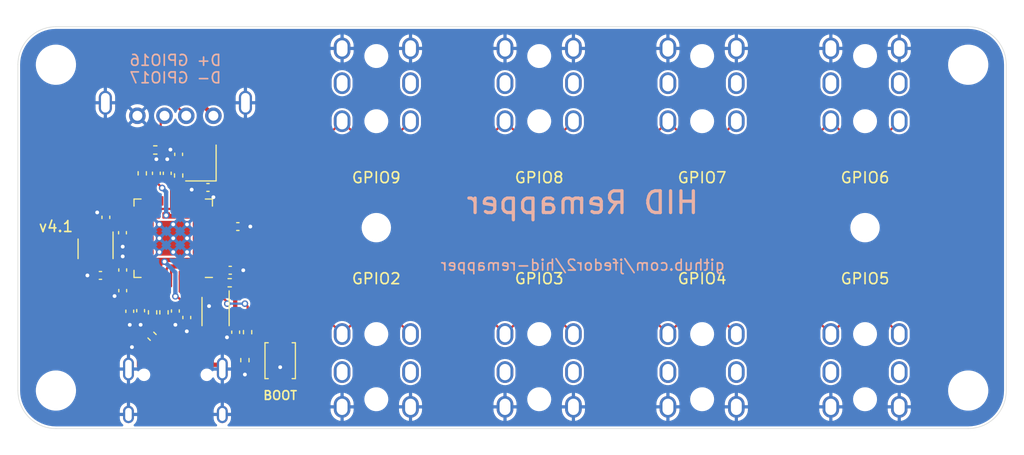
<source format=kicad_pcb>
(kicad_pcb (version 20221018) (generator pcbnew)
  (layers (0 "F.Cu" signal) (31 "B.Cu" signal) (34 "B.Paste" user) (35 "F.Paste" user) (36 "B.SilkS" user "B.Silkscreen") (37 "F.SilkS" user "F.Silkscreen") (38 "B.Mask" user) (39 "F.Mask" user) (44 "Edge.Cuts" user))
  (net 0 "")
  (net 1 "GND")
  (net 2 "+5V")
  (net 3 "D-")
  (net 4 "D+")
  (net 5 "+3V3")
  (net 6 "Net-(U103-USB_DP)")
  (net 7 "Net-(U103-USB_DM)")
  (net 24 "1XIN")
  (net 25 "Net-(C119-Pad1)")
  (net 26 "1D+")
  (net 27 "1D-")
  (net 28 "1QSPI_SS")
  (net 29 "Net-(R106-Pad2)")
  (net 30 "1XOUT")
  (net 33 "1QSPI_SD3")
  (net 34 "1QSPI_SCLK")
  (net 35 "1QSPI_SD0")
  (net 36 "1QSPI_SD2")
  (net 37 "1QSPI_SD1")
  (net 40 "+1V2")
  (net 45 "Net-(U103-GPIO16)")
  (net 46 "Net-(U103-GPIO17)")
  (net 47 "Net-(USB2-CC2)")
  (net 48 "Net-(USB2-CC1)")
  (net 52 "JACK1")
  (net 54 "JACK2")
  (net 56 "JACK3")
  (net 58 "JACK4")
  (net 60 "JACK5")
  (net 62 "JACK6")
  (net 64 "JACK7")
  (net 66 "JACK8")
  (footprint "SOT-23-5:SOT-23-5" (layer "F.Cu") (at 139.15 48.55 90)
    (fp_text reference "U4" hide)
    (fp_text value "TLV73333PDBV")
  )
  (footprint "Capacitor_SMD:C_0402_1005Metric" (layer "F.Cu") (at 139.6 51 180)
    (fp_text reference "C16" hide)
    (fp_text value "1u")
  )
  (footprint "Capacitor_SMD:C_0402_1005Metric" (layer "F.Cu") (at 140.1 45.65 90)
    (fp_text reference "C15" hide)
    (fp_text value "1u")
  )
  (footprint "Resistor_SMD:R_0402_1005Metric" (layer "F.Cu") (at 153.15 56.225 -90)
    (fp_text reference "R106" hide)
    (fp_text value "1k")
  )
  (footprint "Jack:C381131" (layer "F.Cu") (at 195 59.75 90)
    (fp_text reference "J3" hide)
    (fp_text value "AudioJack3")
  )
  (footprint "Capacitor_SMD:C_0402_1005Metric" (layer "F.Cu") (at 149.5 42.9 180)
    (fp_text reference "C118" hide)
    (fp_text value "15p")
  )
  (footprint "MountingHole:MountingHole_2.2mm_M2" (layer "F.Cu") (at 165 46.6)
    (fp_text reference "H6" hide)
    (fp_text value "MountingHole")
  )
  (footprint "Capacitor_SMD:C_0402_1005Metric" (layer "F.Cu") (at 143.3 54.245 -90)
    (fp_text reference "C113" hide)
    (fp_text value "1u")
  )
  (footprint "Resistor_SMD:R_0402_1005Metric" (layer "F.Cu") (at 152.9 58.8 -90)
    (fp_text reference "R3" hide)
    (fp_text value "5.1k")
  )
  (footprint "MountingHole:MountingHole_3.2mm_M3" (layer "F.Cu") (at 135.5 61.6)
    (fp_text reference "H2" hide)
    (fp_text value "MountingHole")
  )
  (footprint "Capacitor_SMD:C_0402_1005Metric" (layer "F.Cu") (at 147.55 54.875 -90)
    (fp_text reference "C101" hide)
    (fp_text value "100n")
  )
  (footprint "Capacitor_SMD:C_0402_1005Metric" (layer "F.Cu") (at 146.8 39.85 90)
    (fp_text reference "C119" hide)
    (fp_text value "15p")
  )
  (footprint "Resistor_SMD:R_0402_1005Metric" (layer "F.Cu") (at 144.65 39.45 180)
    (fp_text reference "R1" hide)
    (fp_text value "22")
  )
  (footprint "Jack:C381131" (layer "F.Cu") (at 195 33.45 -90)
    (fp_text reference "J6" hide)
    (fp_text value "AudioJack3")
  )
  (footprint "Jack:C381131" (layer "F.Cu") (at 180 33.45 -90)
    (fp_text reference "J7" hide)
    (fp_text value "AudioJack3")
  )
  (footprint "Resistor_SMD:R_0402_1005Metric" (layer "F.Cu") (at 144.4 54.4 90)
    (fp_text reference "R104" hide)
    (fp_text value "27")
  )
  (footprint "Capacitor_SMD:C_0402_1005Metric" (layer "F.Cu") (at 151.55 50.525)
    (fp_text reference "C104" hide)
    (fp_text value "100n")
  )
  (footprint "Type-C:HRO-TYPE-C-31-M-12-Assembly" (layer "F.Cu") (at 146.5 61.356)
    (fp_text reference "USB2" hide)
    (fp_text value "HRO-TYPE-C-31-M-12" hide)
  )
  (footprint "Capacitor_SMD:C_0402_1005Metric" (layer "F.Cu") (at 152.05 56.225 -90)
    (fp_text reference "C117" hide)
    (fp_text value "100n")
  )
  (footprint "Capacitor_SMD:C_0402_1005Metric" (layer "F.Cu") (at 141.63 47.07 -90)
    (fp_text reference "C105" hide)
    (fp_text value "100n")
  )
  (footprint "Capacitor_SMD:C_0402_1005Metric" (layer "F.Cu") (at 141.65 52.4 -90)
    (fp_text reference "C109" hide)
    (fp_text value "100n")
  )
  (footprint "Resistor_SMD:R_0402_1005Metric" (layer "F.Cu") (at 143.45 41.6 -90)
    (fp_text reference "R2" hide)
    (fp_text value "22")
  )
  (footprint "MountingHole:MountingHole_2.2mm_M2" (layer "F.Cu") (at 210 46.6)
    (fp_text reference "H5" hide)
    (fp_text value "MountingHole")
  )
  (footprint "Capacitor_SMD:C_0402_1005Metric" (layer "F.Cu") (at 145.75 41.595 90)
    (fp_text reference "C107" hide)
    (fp_text value "100n")
  )
  (footprint "Jack:C381131" (layer "F.Cu") (at 165 59.75 90)
    (fp_text reference "J1" hide)
    (fp_text value "AudioJack3")
  )
  (footprint "MountingHole:MountingHole_3.2mm_M3" (layer "F.Cu") (at 135.5 31.6)
    (fp_text reference "H1" hide)
    (fp_text value "MountingHole")
  )
  (footprint "Capacitor_SMD:C_0402_1005Metric" (layer "F.Cu") (at 146.5 54.275 -90)
    (fp_text reference "C103" hide)
    (fp_text value "100n")
  )
  (footprint "Resistor_SMD:R_0402_1005Metric" (layer "F.Cu") (at 146.8 41.8 -90)
    (fp_text reference "R107" hide)
    (fp_text value "1k")
  )
  (footprint "USON:8-USON" (layer "F.Cu") (at 150.2 54.325 180)
    (fp_text reference "U105" hide)
    (fp_text value "W25Q128JVS")
  )
  (footprint "MountingHole:MountingHole_3.2mm_M3" (layer "F.Cu") (at 219.5 61.6)
    (fp_text reference "H3" hide)
    (fp_text value "MountingHole")
  )
  (footprint "Type-A:C42459" (layer "F.Cu") (at 146.5 35.7 180)
    (fp_text reference "USB1" hide)
    (fp_text value "USB_A")
  )
  (footprint "Capacitor_SMD:C_0402_1005Metric" (layer "F.Cu") (at 142.3 54.3 -90)
    (fp_text reference "C110" hide)
    (fp_text value "1u")
  )
  (footprint "Jack:C381131" (layer "F.Cu") (at 165 33.45 -90)
    (fp_text reference "J8" hide)
    (fp_text value "AudioJack3")
  )
  (footprint "Capacitor_SMD:C_0402_1005Metric" (layer "F.Cu") (at 152.25 46.5)
    (fp_text reference "C106" hide)
    (fp_text value "100n")
  )
  (footprint "Jack:C381131" (layer "F.Cu") (at 210 33.45 -90)
    (fp_text reference "J5" hide)
    (fp_text value "AudioJack3")
  )
  (footprint "Capacitor_SMD:C_0402_1005Metric" (layer "F.Cu") (at 144.75 41.595 90)
    (fp_text reference "C102" hide)
    (fp_text value "100n")
  )
  (footprint "RP2040:RP2040-QFN-56" (layer "F.Cu") (at 146.3 47.575 180)
    (fp_text reference "U103" hide)
    (fp_text value "RP2040")
  )
  (footprint "Resistor_SMD:R_0402_1005Metric" (layer "F.Cu") (at 145.45 54.4 90)
    (fp_text reference "R103" hide)
    (fp_text value "27")
  )
  (footprint "Resistor_SMD:R_0402_1005Metric" (layer "F.Cu") (at 151.5 51.675 180)
    (fp_text reference "R105" hide)
    (fp_text value "10k")
  )
  (footprint "Resistor_SMD:R_0402_1005Metric" (layer "F.Cu") (at 144.35 56.6 135)
    (fp_text reference "R4" hide)
    (fp_text value "5.1k")
  )
  (footprint "MountingHole:MountingHole_3.2mm_M3" (layer "F.Cu") (at 219.5 31.6)
    (fp_text reference "H4" hide)
    (fp_text value "MountingHole")
  )
  (footprint "Jack:C381131" (layer "F.Cu") (at 210 59.75 90)
    (fp_text reference "J4" hide)
    (fp_text value "AudioJack3")
  )
  (footprint "Crystal:Crystal_SMD_2520-4Pin_2.5x2.0mm" (layer "F.Cu") (at 148.85 40.65 90)
    (fp_text reference "Y101" hide)
    (fp_text value "Crystal_GND24")
  )
  (footprint "Jack:C381131" (layer "F.Cu") (at 180 59.75 90)
    (fp_text reference "J2" hide)
    (fp_text value "AudioJack3")
  )
  (footprint "Button_Switch_SMD:SW_SPST_B3U-1000P" (layer "F.Cu") (at 156.15 58.85 90)
    (fp_text reference "SW102" hide)
    (fp_text value "SW_Push")
  )
  (footprint "Capacitor_SMD:C_0402_1005Metric" (layer "F.Cu") (at 141.65 50.5 90)
    (fp_text reference "C108" hide)
    (fp_text value "100n")
  )
  (gr_line (start 219.5 28.1) (end 135.5 28.1) (stroke (width 0.05)) (layer "Edge.Cuts"))
  (gr_line (start 223 61.6) (end 223 31.6) (stroke (width 0.05)) (layer "Edge.Cuts"))
  (gr_arc (start 132 31.6) (mid 133.025126 29.125126) (end 135.5 28.1) (stroke (width 0.05)) (layer "Edge.Cuts"))
  (gr_arc (start 219.5 28.1) (mid 221.974874 29.125126) (end 223 31.6) (stroke (width 0.05)) (layer "Edge.Cuts"))
  (gr_arc (start 223 61.6) (mid 221.974874 64.074874) (end 219.5 65.1) (stroke (width 0.05)) (layer "Edge.Cuts"))
  (gr_arc (start 135.5 65.1) (mid 133.025126 64.074874) (end 132 61.6) (stroke (width 0.05)) (layer "Edge.Cuts"))
  (gr_line (start 135.5 65.1) (end 219.5 65.1) (stroke (width 0.05)) (layer "Edge.Cuts"))
  (gr_line (start 132 31.6) (end 132 61.6) (stroke (width 0.05)) (layer "Edge.Cuts"))
  (gr_text "HID Remapper" (at 184 44.3) (layer "B.SilkS") (effects (font (size 2 2) (thickness 0.3)) (justify mirror)))
  (gr_text "github.com/jfedor2/hid-remapper" (at 184 50.05) (layer "B.SilkS") (effects (font (size 1 1)) (justify mirror)))
  (gr_text "D+ GPIO16\nD- GPIO17" (at 146.5 32) (layer "B.SilkS") (effects (font (size 1 1)) (justify mirror)))
  (gr_text "GPIO8" (at 180 42) (layer "F.SilkS") (effects (font (size 1 1))))
  (gr_text "GPIO2" (at 165 51.3) (layer "F.SilkS") (effects (font (size 1 1))))
  (gr_text "GPIO5" (at 210 51.3) (layer "F.SilkS") (effects (font (size 1 1))))
  (gr_text "GPIO3" (at 180 51.3) (layer "F.SilkS") (effects (font (size 1 1))))
  (gr_text "GPIO6" (at 210 42) (layer "F.SilkS") (effects (font (size 1 1))))
  (gr_text "GPIO7" (at 195 42) (layer "F.SilkS") (effects (font (size 1 1))))
  (gr_text "GPIO4" (at 195 51.3) (layer "F.SilkS") (effects (font (size 1 1))))
  (gr_text "GPIO9" (at 165 42) (layer "F.SilkS") (effects (font (size 1 1))))
  (gr_text "v4.1" (at 135.5 46.5) (layer "F.SilkS") (effects (font (size 1 1))))
  (gr_text "BOOT" (at 156.15 62.05) (layer "F.SilkS") (effects (font (size 0.8 0.8))))
  (segment (start 141.63 47.55) (end 141.63 48.33) (width 0.4) (layer "F.Cu") (net 1))
  (segment (start 149.45 53.675) (end 149.45 52.9) (width 0.2) (layer "F.Cu") (net 1))
  (segment (start 143.989376 56.234376) (end 143.3 55.545) (width 0.4) (layer "F.Cu") (net 1))
  (segment (start 156.15 59.45) (end 156.15 60.55) (width 0.4) (layer "F.Cu") (net 1))
  (segment (start 149.55 39.775) (end 149.65 39.775) (width 0.4) (layer "F.Cu") (net 1))
  (segment (start 147.805705 43.1) (end 147.3 43.605705) (width 0.2) (layer "F.Cu") (net 1))
  (segment (start 138.4 51) (end 139.12 51) (width 0.4) (layer "F.Cu") (net 1))
  (segment (start 146.043154 39.414669) (end 146.087823 39.37) (width 0.4) (layer "F.Cu") (net 1))
  (segment (start 139.15 47.45) (end 139.15 50.97) (width 0.4) (layer "F.Cu") (net 1))
  (segment (start 150.425 59.225) (end 150.82 59.62) (width 0.4) (layer "F.Cu") (net 1))
  (segment (start 152.03 50.525) (end 152.75 50.525) (width 0.4) (layer "F.Cu") (net 1))
  (segment (start 149.55 39.950489) (end 148.15 41.350489) (width 0.2) (layer "F.Cu") (net 1))
  (segment (start 143.3 54.725) (end 143.3 55.545) (width 0.4) (layer "F.Cu") (net 1))
  (segment (start 148 43.1) (end 147.805705 43.1) (width 0.2) (layer "F.Cu") (net 1))
  (segment (start 150.5 42.38) (end 149.98 42.9) (width 0.4) (layer "F.Cu") (net 1))
  (segment (start 149.6 54.325) (end 149.6 53.825) (width 0.2) (layer "F.Cu") (net 1))
  (segment (start 149.98 43.78) (end 150 43.8) (width 0.4) (layer "F.Cu") (net 1))
  (segment (start 143.25 58.35) (end 142.5 57.6) (width 0.4) (layer "F.Cu") (net 1))
  (segment (start 149.98 42.9) (end 149.98 43.78) (width 0.4) (layer "F.Cu") (net 1))
  (segment (start 147.47 38.7) (end 146.8 39.37) (width 0.4) (layer "F.Cu") (net 1))
  (segment (start 143.25 58.705) (end 143.25 58.35) (width 0.4) (layer "F.Cu") (net 1))
  (segment (start 144.75 40.3) (end 144.75 41.115) (width 0.4) (layer "F.Cu") (net 1))
  (segment (start 147.3 43.605705) (end 147.3 44.1375) (width 0.2) (layer "F.Cu") (net 1))
  (segment (start 139.15 50.97) (end 139.12 51) (width 0.4) (layer "F.Cu") (net 1))
  (segment (start 148.15 41.350489) (end 148.15 41.525) (width 0.2) (layer "F.Cu") (net 1))
  (segment (start 147.55 55.355) (end 147.55 56.145) (width 0.4) (layer "F.Cu") (net 1))
  (segment (start 140.9 52.9) (end 141.63 52.9) (width 0.4) (layer "F.Cu") (net 1))
  (segment (start 139.33 45.17) (end 139.3 45.2) (width 0.4) (layer "F.Cu") (net 1))
  (segment (start 149.55 39.775) (end 149.55 39.950489) (width 0.2) (layer "F.Cu") (net 1))
  (segment (start 141.63 48.33) (end 141.65 48.35) (width 0.4) (layer "F.Cu") (net 1))
  (segment (start 150.5 40.625) (end 150.5 42.38) (width 0.4) (layer "F.Cu") (net 1))
  (segment (start 152.9 59.31) (end 152.9 60.125) (width 0.4) (layer "F.Cu") (net 1))
  (segment (start 141.63 52.9) (end 141.65 52.88) (width 0.4) (layer "F.Cu") (net 1))
  (segment (start 146.5 54.755) (end 146.5 55.545) (width 0.4) (layer "F.Cu") (net 1))
  (segment (start 149.55 39.5) (end 148.75 38.7) (width 0.4) (layer "F.Cu") (net 1))
  (segment (start 149.6 53.825) (end 149.45 53.675) (width 0.2) (layer "F.Cu") (net 1))
  (segment (start 149.75 59.225) (end 150.425 59.225) (width 0.4) (layer "F.Cu") (net 1))
  (segment (start 143.989376 56.239376) (end 143.989376 56.234376) (width 0.4) (layer "F.Cu") (net 1))
  (segment (start 152.73 46.5) (end 153.4 46.5) (width 0.4) (layer "F.Cu") (net 1))
  (segment (start 149.65 39.775) (end 150.5 40.625) (width 0.4) (layer "F.Cu") (net 1))
  (segment (start 149.75 58.705) (end 149.75 59.225) (width 0.4) (layer "F.Cu") (net 1))
  (segment (start 151.255 56.705) (end 151.25 56.7) (width 0.4) (layer "F.Cu") (net 1))
  (segment (start 145.75 40.3) (end 145.75 41.115) (width 0.4) (layer "F.Cu") (net 1))
  (segment (start 142.3 55.55) (end 142.3 54.78) (width 0.4) (layer "F.Cu") (net 1))
  (segment (start 146.087823 39.37) (end 146.8 39.37) (width 0.4) (layer "F.Cu") (net 1))
  (segment (start 149.55 39.775) (end 149.55 39.5) (width 0.4) (layer "F.Cu") (net 1))
  (segment (start 152.05 56.705) (end 151.255 56.705) (width 0.4) (layer "F.Cu") (net 1))
  (segment (start 148.75 38.7) (end 147.47 38.7) (width 0.4) (layer "F.Cu") (net 1))
  (segment (start 140.1 45.17) (end 139.33 45.17) (width 0.4) (layer "F.Cu") (net 1))
  (segment (start 141.65 49.25) (end 141.65 50.02) (width 0.4) (layer "F.Cu") (net 1))
  (via (at 141.65 49.25) (size 0.6) (drill 0.35) (layers "F.Cu" "B.Cu") (net 1))
  (via (at 149.6 53.825) (size 0.6) (drill 0.35) (layers "F.Cu" "B.Cu") (net 1))
  (via (at 139.3 45.2) (size 0.6) (drill 0.35) (layers "F.Cu" "B.Cu") (net 1))
  (via (at 151.25 56.7) (size 0.6) (drill 0.35) (layers "F.Cu" "B.Cu") (net 1))
  (via (at 146.5 55.545) (size 0.6) (drill 0.35) (layers "F.Cu" "B.Cu") (net 1))
  (via (at 138.4 51) (size 0.6) (drill 0.35) (layers "F.Cu" "B.Cu") (net 1))
  (via (at 146.043154 39.414669) (size 0.6) (drill 0.35) (layers "F.Cu" "B.Cu") (net 1))
  (via (at 152.9 60.125) (size 0.6) (drill 0.35) (layers "F.Cu" "B.Cu") (net 1))
  (via (at 142.5 57.6) (size 0.6) (drill 0.35) (layers "F.Cu" "B.Cu") (net 1))
  (via (at 156.15 59.45) (size 0.6) (drill 0.35) (layers "F.Cu" "B.Cu") (net 1))
  (via (at 148 43.1) (size 0.6) (drill 0.35) (layers "F.Cu" "B.Cu") (net 1))
  (via (at 150 43.8) (size 0.6) (drill 0.35) (layers "F.Cu" "B.Cu") (net 1))
  (via (at 153.4 46.5) (size 0.6) (drill 0.35) (layers "F.Cu" "B.Cu") (net 1))
  (via (at 152.75 50.525) (size 0.6) (drill 0.35) (layers "F.Cu" "B.Cu") (net 1))
  (via (at 141.65 48.35) (size 0.6) (drill 0.35) (layers "F.Cu" "B.Cu") (net 1))
  (via (at 145.75 40.3) (size 0.6) (drill 0.35) (layers "F.Cu" "B.Cu") (net 1))
  (via (at 140.9 52.9) (size 0.6) (drill 0.35) (layers "F.Cu" "B.Cu") (net 1))
  (via (at 143.3 55.545) (size 0.6) (drill 0.35) (layers "F.Cu" "B.Cu") (net 1))
  (via (at 144.75 40.3) (size 0.6) (drill 0.35) (layers "F.Cu" "B.Cu") (net 1))
  (via (at 142.3 55.55) (size 0.6) (drill 0.35) (layers "F.Cu" "B.Cu") (net 1))
  (via (at 147.55 56.145) (size 0.6) (drill 0.35) (layers "F.Cu" "B.Cu") (net 1))
  (segment (start 144.05 57.8) (end 142.7 56.45) (width 0.4) (layer "F.Cu") (net 2))
  (segment (start 144.95 60.35) (end 144.05 59.45) (width 0.4) (layer "F.Cu") (net 2))
  (segment (start 138.2 47.45) (end 138.2 46.52) (width 0.4) (layer "F.Cu") (net 2))
  (segment (start 141.55 44.9) (end 141.55 35.2) (width 0.4) (layer "F.Cu") (net 2))
  (segment (start 148.95 59.45) (end 148.05 60.35) (width 0.4) (layer "F.Cu") (net 2))
  (segment (start 144.05 58.705) (end 144.05 57.8) (width 0.4) (layer "F.Cu") (net 2))
  (segment (start 141.55 35.2) (end 142.6 34.15) (width 0.4) (layer "F.Cu") (net 2))
  (segment (start 138.59 46.13) (end 140.1 46.13) (width 0.4) (layer "F.Cu") (net 2))
  (segment (start 148.95 58.705) (end 148.95 59.45) (width 0.4) (layer "F.Cu") (net 2))
  (segment (start 140.32 46.13) (end 141.55 44.9) (width 0.4) (layer "F.Cu") (net 2))
  (segment (start 140.1 46.13) (end 140.1 47.45) (width 0.4) (layer "F.Cu") (net 2))
  (segment (start 140.1 46.13) (end 140.32 46.13) (width 0.4) (layer "F.Cu") (net 2))
  (segment (start 140.7 56.45) (end 137.05 52.8) (width 0.4) (layer "F.Cu") (net 2))
  (segment (start 137.05 52.8) (end 137.05 48.6) (width 0.4) (layer "F.Cu") (net 2))
  (segment (start 147.851 34.15) (end 150 36.299) (width 0.4) (layer "F.Cu") (net 2))
  (segment (start 138.2 46.52) (end 138.59 46.13) (width 0.4) (layer "F.Cu") (net 2))
  (segment (start 137.05 48.6) (end 138.2 47.45) (width 0.4) (layer "F.Cu") (net 2))
  (segment (start 142.7 56.45) (end 140.7 56.45) (width 0.4) (layer "F.Cu") (net 2))
  (segment (start 144.05 59.45) (end 144.05 58.705) (width 0.4) (layer "F.Cu") (net 2))
  (segment (start 148.05 60.35) (end 144.95 60.35) (width 0.4) (layer "F.Cu") (net 2))
  (segment (start 142.6 34.15) (end 147.851 34.15) (width 0.4) (layer "F.Cu") (net 2))
  (segment (start 144.75 34.95) (end 146.152 34.95) (width 0.2) (layer "F.Cu") (net 3))
  (segment (start 144.3 35.4) (end 144.75 34.95) (width 0.2) (layer "F.Cu") (net 3))
  (segment (start 143.45 38.55) (end 144.3 37.7) (width 0.2) (layer "F.Cu") (net 3))
  (segment (start 144.3 37.7) (end 144.3 35.4) (width 0.2) (layer "F.Cu") (net 3))
  (segment (start 143.45 41.09) (end 143.45 38.55) (width 0.2) (layer "F.Cu") (net 3))
  (segment (start 146.152 34.95) (end 147.501 36.299) (width 0.2) (layer "F.Cu") (net 3))
  (segment (start 145.15 39.44) (end 145.15 36.648) (width 0.2) (layer "F.Cu") (net 4))
  (segment (start 145.15 36.648) (end 145.499 36.299) (width 0.2) (layer "F.Cu") (net 4))
  (segment (start 145.16 39.45) (end 145.15 39.44) (width 0.2) (layer "F.Cu") (net 4))
  (segment (start 145.85 53.213004) (end 146.431996 53.795) (width 0.2) (layer "F.Cu") (net 5))
  (segment (start 146.431996 53.795) (end 146.5 53.795) (width 0.2) (layer "F.Cu") (net 5))
  (segment (start 143.65 50.175) (end 143.7 50.225) (width 0.2) (layer "F.Cu") (net 5))
  (segment (start 144.1 50.375) (end 143.9 50.175) (width 0.2) (layer "F.Cu") (net 5))
  (segment (start 151.07 50.525) (end 151.07 50.638675) (width 0.4) (layer "F.Cu") (net 5))
  (segment (start 141.65 50.98) (end 141.68 50.95) (width 0.4) (layer "F.Cu") (net 5))
  (segment (start 146.1 51.0125) (end 146.1 50.275) (width 0.2) (layer "F.Cu") (net 5))
  (segment (start 151.07 50.638675) (end 152.01 51.578675) (width 0.4) (layer "F.Cu") (net 5))
  (segment (start 149.7375 50.175) (end 148.95 50.175) (width 0.2) (layer "F.Cu") (net 5))
  (segment (start 146.1 44.1375) (end 146.1 42.9) (width 0.2) (layer "F.Cu") (net 5))
  (segment (start 152.01 51.578675) (end 152.01 51.675) (width 0.4) (layer "F.Cu") (net 5))
  (segment (start 151.07 50.525) (end 149.975 50.525) (width 0.4) (layer "F.Cu") (net 5))
  (segment (start 149.975 50.525) (end 149.725 50.275) (width 0.4) (layer "F.Cu") (net 5))
  (segment (start 141.65 50.98) (end 141.65 51.92) (width 0.4) (layer "F.Cu") (net 5))
  (segment (start 142.8625 46.575) (end 143.75 46.575) (width 0.2) (layer "F.Cu") (net 5))
  (segment (start 142.8625 50.175) (end 143.65 50.175) (width 0.2) (layer "F.Cu") (net 5))
  (segment (start 143.9 51.8) (end 143.78 51.92) (width 0.4) (layer "F.Cu") (net 5))
  (segment (start 141.635 46.575) (end 141.63 46.58) (width 0.2) (layer "F.Cu") (net 5))
  (segment (start 141.63 51) (end 141.65 50.98) (width 0.4) (layer "F.Cu") (net 5))
  (segment (start 144.1 51.0125) (end 144.1 50.375) (width 0.2) (layer "F.Cu") (net 5))
  (segment (start 142.3 53.35) (end 142.8625 52.7875) (width 0.4) (layer "F.Cu") (net 5))
  (segment (start 152.01 51.675) (end 152.01 55.705) (width 0.4) (layer "F.Cu") (net 5))
  (segment (start 152.05 55.745) (end 152.045 55.75) (width 0.4) (layer "F.Cu") (net 5))
  (segment (start 151.695 46.575) (end 151.77 46.5) (width 0.2) (layer "F.Cu") (net 5))
  (segment (start 142.3 53.82) (end 142.3 53.35) (width 0.4) (layer "F.Cu") (net 5))
  (segment (start 146.1 44.1375) (end 146.1 44.875) (width 0.2) (layer "F.Cu") (net 5))
  (segment (start 145.7 51.0125) (end 145.7 50.375) (width 0.2) (layer "F.Cu") (net 5))
  (segment (start 140.08 51) (end 141.63 51) (width 0.4) (layer "F.Cu") (net 5))
  (segment (start 144.1 51.0125) (end 144.1 51.625) (width 0.2) (layer "F.Cu") (net 5))
  (segment (start 145.75 42.55) (end 145.75 42.075) (width 0.2) (layer "F.Cu") (net 5))
  (segment (start 145.7 52.075) (end 145.85 52.225) (width 0.2) (layer "F.Cu") (net 5))
  (segment (start 141.68 50.95) (end 143.55 50.95) (width 0.4) (layer "F.Cu") (net 5))
  (segment (start 146.1 51.975) (end 145.85 52.225) (width 0.2) (layer "F.Cu") (net 5))
  (segment (start 143.7 50.225) (end 143.7 51.0125) (width 0.2) (layer "F.Cu") (net 5))
  (segment (start 149.2 46.575) (end 149.05 46.575) (width 0.2) (layer "F.Cu") (net 5))
  (segment (start 146.1 51.0125) (end 146.1 51.975) (width 0.2) (layer "F.Cu") (net 5))
  (segment (start 143.78 51.92) (end 141.65 51.92) (width 0.4) (layer "F.Cu") (net 5))
  (segment (start 149.7375 46.575) (end 149.2 46.575) (width 0.2) (layer "F.Cu") (net 5))
  (segment (start 145.7 50.375) (end 145.75 50.325) (width 0.2) (layer "F.Cu") (net 5))
  (segment (start 144.1 51.625) (end 143.9 51.825) (width 0.2) (layer "F.Cu") (net 5))
  (segment (start 149.7375 46.575) (end 151.695 46.575) (width 0.2) (layer "F.Cu") (net 5))
  (segment (start 140.1 50.98) (end 140.1 49.65) (width 0.4) (layer "F.Cu") (net 5))
  (segment (start 152.01 55.705) (end 152.05 55.745) (width 0.4) (layer "F.Cu") (net 5))
  (segment (start 145.85 52.225) (end 145.85 53.213004) (width 0.2) (layer "F.Cu") (net 5))
  (segment (start 142.8625 46.575) (end 141.635 46.575) (width 0.2) (layer "F.Cu") (net 5))
  (segment (start 146.1 42.9) (end 145.75 42.55) (width 0.2) (layer "F.Cu") (net 5))
  (segment (start 140.08 51) (end 140.1 50.98) (width 0.4) (layer "F.Cu") (net 5))
  (segment (start 152.045 55.75) (end 151 55.75) (width 0.4) (layer "F.Cu") (net 5))
  (segment (start 145.7 51.0125) (end 145.7 52.075) (width 0.2) (layer "F.Cu") (net 5))
  (segment (start 142.8625 52.7875) (end 142.8625 50.27501) (width 0.4) (layer "F.Cu") (net 5))
  (segment (start 145.3 53) (end 145.45 53.15) (width 0.2) (layer "F.Cu") (net 6))
  (segment (start 145.45 53.15) (end 145.45 53.89) (width 0.2) (layer "F.Cu") (net 6))
  (segment (start 145.3 51.0125) (end 145.3 53) (width 0.2) (layer "F.Cu") (net 6))
  (segment (start 144.9 53) (end 144.4 53.5) (width 0.2) (layer "F.Cu") (net 7))
  (segment (start 144.4 53.5) (end 144.4 53.89) (width 0.2) (layer "F.Cu") (net 7))
  (segment (start 144.9 51.0125) (end 144.9 53) (width 0.2) (layer "F.Cu") (net 7))
  (segment (start 147.75 42.5) (end 148.62 42.5) (width 0.2) (layer "F.Cu") (net 24))
  (segment (start 148.62 42.5) (end 149.02 42.9) (width 0.2) (layer "F.Cu") (net 24))
  (segment (start 149.02 42.9) (end 149.55 42.37) (width 0.2) (layer "F.Cu") (net 24))
  (segment (start 149.55 42.37) (end 149.55 41.525) (width 0.2) (layer "F.Cu") (net 24))
  (segment (start 146.9 43.35) (end 147.75 42.5) (width 0.2) (layer "F.Cu") (net 24))
  (segment (start 146.9 44.1375) (end 146.9 43.35) (width 0.2) (layer "F.Cu") (net 24))
  (segment (start 146.8 40.33) (end 146.87 40.33) (width 0.2) (layer "F.Cu") (net 25))
  (segment (start 146.8 41.29) (end 146.8 40.33) (width 0.2) (layer "F.Cu") (net 25))
  (segment (start 147.425 39.775) (end 148.15 39.775) (width 0.2) (layer "F.Cu") (net 25))
  (segment (start 146.87 40.33) (end 147.425 39.775) (width 0.2) (layer "F.Cu") (net 25))
  (segment (start 147.25 57.734314) (end 147.25 58.705) (width 0.2) (layer "F.Cu") (net 26))
  (segment (start 146.757843 57.242157) (end 147.25 57.734314) (width 0.2) (layer "F.Cu") (net 26))
  (segment (start 145.45 55.6) (end 146.757843 56.907843) (width 0.2) (layer "F.Cu") (net 26))
  (segment (start 145.45 54.91) (end 145.45 55.6) (width 0.2) (layer "F.Cu") (net 26))
  (segment (start 146.757843 56.907843) (end 146.757843 57.242157) (width 0.2) (layer "F.Cu") (net 26))
  (segment (start 146.25 57.75) (end 146.757843 57.242157) (width 0.2) (layer "F.Cu") (net 26))
  (segment (start 146.25 58.705) (end 146.25 57.75) (width 0.2) (layer "F.Cu") (net 26))
  (segment (start 144.4 55.35) (end 145.75 56.7) (width 0.2) (layer "F.Cu") (net 27))
  (segment (start 145.92 59.85) (end 146.58 59.85) (width 0.2) (layer "F.Cu") (net 27))
  (segment (start 146.58 59.85) (end 146.75 59.68) (width 0.2) (layer "F.Cu") (net 27))
  (segment (start 146.75 59.68) (end 146.75 58.705) (width 0.2) (layer "F.Cu") (net 27))
  (segment (start 145.75 59.68) (end 145.92 59.85) (width 0.2) (layer "F.Cu") (net 27))
  (segment (start 145.75 58.705) (end 145.75 59.68) (width 0.2) (layer "F.Cu") (net 27))
  (segment (start 144.4 54.91) (end 144.4 55.35) (width 0.2) (layer "F.Cu") (net 27))
  (segment (start 145.75 56.7) (end 145.75 58.705) (width 0.2) (layer "F.Cu") (net 27))
  (segment (start 148.9 51.0125) (end 148.9125 51.025) (width 0.2) (layer "F.Cu") (net 28))
  (segment (start 150.95 53.125) (end 150.95 52.9) (width 0.2) (layer "F.Cu") (net 28))
  (segment (start 150.95 52.9) (end 150.95 51.715) (width 0.2) (layer "F.Cu") (net 28))
  (segment (start 152.9 53.6) (end 153.15 53.85) (width 0.2) (layer "F.Cu") (net 28))
  (segment (start 150.95 51.715) (end 150.99 51.675) (width 0.2) (layer "F.Cu") (net 28))
  (segment (start 150.64 51.325) (end 150.99 51.675) (width 0.2) (layer "F.Cu") (net 28))
  (segment (start 153.15 53.85) (end 153.15 55.715) (width 0.2) (layer "F.Cu") (net 28))
  (segment (start 151.275 53.6) (end 151.275 53.45) (width 0.2) (layer "F.Cu") (net 28))
  (segment (start 149.825 51.325) (end 150.64 51.325) (width 0.2) (layer "F.Cu") (net 28))
  (segment (start 148.9125 51.025) (end 149.525 51.025) (width 0.2) (layer "F.Cu") (net 28))
  (segment (start 149.525 51.025) (end 149.825 51.325) (width 0.2) (layer "F.Cu") (net 28))
  (segment (start 151.275 53.45) (end 150.95 53.125) (width 0.2) (layer "F.Cu") (net 28))
  (via (at 151.275 53.6) (size 0.6) (drill 0.35) (layers "F.Cu" "B.Cu") (net 28))
  (via (at 152.9 53.6) (size 0.6) (drill 0.35) (layers "F.Cu" "B.Cu") (net 28))
  (segment (start 152.9 53.6) (end 151.275 53.6) (width 0.2) (layer "B.Cu") (net 28))
  (segment (start 153.15 56.735) (end 153.185 56.735) (width 0.2) (layer "F.Cu") (net 29))
  (segment (start 153.185 56.735) (end 153.6 57.15) (width 0.2) (layer "F.Cu") (net 29))
  (segment (start 153.6 57.15) (end 156.15 57.15) (width 0.2) (layer "F.Cu") (net 29))
  (segment (start 146.5 44.1375) (end 146.5 42.61) (width 0.2) (layer "F.Cu") (net 30))
  (segment (start 146.5 42.61) (end 146.8 42.31) (width 0.2) (layer "F.Cu") (net 30))
  (segment (start 148.15952 56.150205) (end 148.834315 56.825) (width 0.2) (layer "F.Cu") (net 33))
  (segment (start 148.15952 53.736682) (end 148.15952 56.150205) (width 0.2) (layer "F.Cu") (net 33))
  (segment (start 146.9 52.477162) (end 146.9 51.0125) (width 0.2) (layer "F.Cu") (net 33))
  (segment (start 148.15952 53.736682) (end 146.9 52.477162) (width 0.2) (layer "F.Cu") (net 33))
  (segment (start 148.834315 56.825) (end 149.925 56.825) (width 0.2) (layer "F.Cu") (net 33))
  (segment (start 150.45 56.3) (end 150.45 55.75) (width 0.2) (layer "F.Cu") (net 33))
  (segment (start 149.925 56.825) (end 150.45 56.3) (width 0.2) (layer "F.Cu") (net 33))
  (segment (start 149 56.425) (end 149.725 56.425) (width 0.2) (layer "F.Cu") (net 34))
  (segment (start 148.559039 55.984039) (end 149 56.425) (width 0.2) (layer "F.Cu") (net 34))
  (segment (start 147.3 52.312156) (end 147.3 51.0125) (width 0.2) (layer "F.Cu") (net 34))
  (segment (start 148.559039 53.571195) (end 147.3 52.312156) (width 0.2) (layer "F.Cu") (net 34))
  (segment (start 148.559039 53.571195) (end 148.559039 55.984039) (width 0.2) (layer "F.Cu") (net 34))
  (segment (start 149.725 56.425) (end 149.95 56.2) (width 0.2) (layer "F.Cu") (net 34))
  (segment (start 149.95 56.2) (end 149.95 55.75) (width 0.2) (layer "F.Cu") (net 34))
  (segment (start 147.7 51.0125) (end 147.7 52.144988) (width 0.2) (layer "F.Cu") (net 35))
  (segment (start 149.45 55.5) (end 149.45 55.75) (width 0.2) (layer "F.Cu") (net 35))
  (segment (start 147.7 52.144988) (end 148.958559 53.403547) (width 0.2) (layer "F.Cu") (net 35))
  (segment (start 148.958559 55.008559) (end 149.45 55.5) (width 0.2) (layer "F.Cu") (net 35))
  (segment (start 148.958559 53.403547) (end 148.958559 55.008559) (width 0.2) (layer "F.Cu") (net 35))
  (segment (start 149.95 52.9) (end 149.95 52.4) (width 0.2) (layer "F.Cu") (net 36))
  (segment (start 148.585218 52.194519) (end 148.1 51.709301) (width 0.2) (layer "F.Cu") (net 36))
  (segment (start 149.744519 52.194519) (end 148.585218 52.194519) (width 0.2) (layer "F.Cu") (net 36))
  (segment (start 148.1 51.709301) (end 148.1 51.0125) (width 0.2) (layer "F.Cu") (net 36))
  (segment (start 149.95 52.4) (end 149.744519 52.194519) (width 0.2) (layer "F.Cu") (net 36))
  (segment (start 148.5 51.544295) (end 148.5 51.0125) (width 0.2) (layer "F.Cu") (net 37))
  (segment (start 149.97 51.795) (end 148.750705 51.795) (width 0.2) (layer "F.Cu") (net 37))
  (segment (start 150.45 52.275) (end 149.97 51.795) (width 0.2) (layer "F.Cu") (net 37))
  (segment (start 148.750705 51.795) (end 148.5 51.544295) (width 0.2) (layer "F.Cu") (net 37))
  (segment (start 150.45 52.9) (end 150.45 52.275) (width 0.2) (layer "F.Cu") (net 37))
  (segment (start 144.75 42.415) (end 144.75 42.075) (width 0.2) (layer "F.Cu") (net 40))
  (segment (start 145.7 43.365) (end 145.7 44.1375) (width 0.2) (layer "F.Cu") (net 40))
  (segment (start 145.28 42.945) (end 145.7 43.365) (width 0.2) (layer "F.Cu") (net 40))
  (segment (start 146.5 52.924998) (end 146.499999 52.924999) (width 0.2) (layer "F.Cu") (net 40))
  (segment (start 147.55 53.825) (end 146.649999 52.924999) (width 0.2) (layer "F.Cu") (net 40))
  (segment (start 144.5 51.0125) (end 144.5 50.325) (width 0.2) (layer "F.Cu") (net 40))
  (segment (start 146.649999 52.924999) (end 146.499999 52.924999) (width 0.2) (layer "F.Cu") (net 40))
  (segment (start 144.5 51.0125) (end 144.5 52.125) (width 0.2) (layer "F.Cu") (net 40))
  (segment (start 146.5 51.0125) (end 146.5 52.924998) (width 0.2) (layer "F.Cu") (net 40))
  (segment (start 144.5 50.325) (end 144.7 50.125) (width 0.2) (layer "F.Cu") (net 40))
  (segment (start 145.28 42.945) (end 144.75 42.415) (width 0.2) (layer "F.Cu") (net 40))
  (segment (start 144.5 52.125) (end 143.3 53.325) (width 0.2) (layer "F.Cu") (net 40))
  (segment (start 143.3 53.325) (end 143.3 53.765) (width 0.2) (layer "F.Cu") (net 40))
  (segment (start 147.55 54.395) (end 147.55 53.825) (width 0.2) (layer "F.Cu") (net 40))
  (via (at 145.5 49.729945) (size 0.6) (drill 0.35) (layers "F.Cu" "B.Cu") (net 40))
  (via (at 145.28 42.945) (size 0.6) (drill 0.35) (layers "F.Cu" "B.Cu") (net 40))
  (via (at 145.6501 45.467271) (size 0.6) (drill 0.35) (layers "F.Cu" "B.Cu") (net 40))
  (via (at 146.499999 52.924999) (size 0.6) (drill 0.35) (layers "F.Cu" "B.Cu") (net 40))
  (segment (start 145.5 49.734945) (end 146.5 50.734945) (width 0.4) (layer "B.Cu") (net 40))
  (segment (start 145.28 42.945) (end 145.65 43.315) (width 0.4) (layer "B.Cu") (net 40))
  (segment (start 145.65 45.467171) (end 145.6501 45.467271) (width 0.4) (layer "B.Cu") (net 40))
  (segment (start 146.5 50.734945) (end 146.499999 52.929999) (width 0.4) (layer "B.Cu") (net 40))
  (segment (start 145.65 43.315) (end 145.65 45.467171) (width 0.4) (layer "B.Cu") (net 40))
  (segment (start 144.1 44.1375) (end 144.1 39.49) (width 0.2) (layer "F.Cu") (net 45))
  (segment (start 144.1 39.49) (end 144.14 39.45) (width 0.2) (layer "F.Cu") (net 45))
  (segment (start 143.7 42.36) (end 143.45 42.11) (width 0.2) (layer "F.Cu") (net 46))
  (segment (start 143.7 44.1375) (end 143.7 42.36) (width 0.2) (layer "F.Cu") (net 46))
  (segment (start 148.48 57.55) (end 152.16 57.55) (width 0.2) (layer "F.Cu") (net 47))
  (segment (start 148.25 58.705) (end 148.25 57.78) (width 0.2) (layer "F.Cu") (net 47))
  (segment (start 152.16 57.55) (end 152.9 58.29) (width 0.2) (layer "F.Cu") (net 47))
  (segment (start 148.25 57.78) (end 148.48 57.55) (width 0.2) (layer "F.Cu") (net 47))
  (segment (start 145.25 57.5) (end 144.710624 56.960624) (width 0.2) (layer "F.Cu") (net 48))
  (segment (start 145.25 58.705) (end 145.25 57.5) (width 0.2) (layer "F.Cu") (net 48))
  (segment (start 150.269975 48.975) (end 150.694975 49.4) (width 0.2) (layer "F.Cu") (net 52))
  (segment (start 149.7375 48.975) (end 150.269975 48.975) (width 0.2) (layer "F.Cu") (net 52))
  (segment (start 154.85 49.4) (end 161.85 56.4) (width 0.2) (layer "F.Cu") (net 52))
  (segment (start 150.694975 49.4) (end 154.85 49.4) (width 0.2) (layer "F.Cu") (net 52))
  (segment (start 161.85 56.4) (end 163.7 54.55) (width 0.2) (layer "F.Cu") (net 52))
  (segment (start 163.7 54.55) (end 166.3 54.55) (width 0.2) (layer "F.Cu") (net 52))
  (segment (start 166.3 54.55) (end 168.15 56.4) (width 0.2) (layer "F.Cu") (net 52))
  (segment (start 150.860661 49) (end 155.015686 49) (width 0.2) (layer "F.Cu") (net 54))
  (segment (start 158.365686 52.35) (end 172.8 52.35) (width 0.2) (layer "F.Cu") (net 54))
  (segment (start 150.435661 48.575) (end 150.860661 49) (width 0.2) (layer "F.Cu") (net 54))
  (segment (start 172.8 52.35) (end 176.85 56.4) (width 0.2) (layer "F.Cu") (net 54))
  (segment (start 155.015686 49) (end 158.365686 52.35) (width 0.2) (layer "F.Cu") (net 54))
  (segment (start 181.3 54.55) (end 183.15 56.4) (width 0.2) (layer "F.Cu") (net 54))
  (segment (start 149.7375 48.575) (end 150.435661 48.575) (width 0.2) (layer "F.Cu") (net 54))
  (segment (start 178.7 54.55) (end 181.3 54.55) (width 0.2) (layer "F.Cu") (net 54))
  (segment (start 176.85 56.4) (end 178.7 54.55) (width 0.2) (layer "F.Cu") (net 54))
  (segment (start 193.7 54.55) (end 196.3 54.55) (width 0.2) (layer "F.Cu") (net 56))
  (segment (start 155.181372 48.6) (end 158.531372 51.95) (width 0.2) (layer "F.Cu") (net 56))
  (segment (start 149.7375 48.175) (end 150.645344 48.175) (width 0.2) (layer "F.Cu") (net 56))
  (segment (start 150.645344 48.175) (end 151.070344 48.6) (width 0.2) (layer "F.Cu") (net 56))
  (segment (start 158.531372 51.95) (end 187.4 51.95) (width 0.2) (layer "F.Cu") (net 56))
  (segment (start 191.85 56.4) (end 193.7 54.55) (width 0.2) (layer "F.Cu") (net 56))
  (segment (start 196.3 54.55) (end 198.15 56.4) (width 0.2) (layer "F.Cu") (net 56))
  (segment (start 187.4 51.95) (end 191.85 56.4) (width 0.2) (layer "F.Cu") (net 56))
  (segment (start 151.070344 48.6) (end 155.181372 48.6) (width 0.2) (layer "F.Cu") (net 56))
  (segment (start 208.7 54.55) (end 211.3 54.55) (width 0.2) (layer "F.Cu") (net 58))
  (segment (start 202 51.55) (end 206.85 56.4) (width 0.2) (layer "F.Cu") (net 58))
  (segment (start 149.7375 47.775) (end 150.81103 47.775) (width 0.2) (layer "F.Cu") (net 58))
  (segment (start 206.85 56.4) (end 208.7 54.55) (width 0.2) (layer "F.Cu") (net 58))
  (segment (start 211.3 54.55) (end 213.15 56.4) (width 0.2) (layer "F.Cu") (net 58))
  (segment (start 150.81103 47.775) (end 151.23603 48.2) (width 0.2) (layer "F.Cu") (net 58))
  (segment (start 151.23603 48.2) (end 155.347058 48.2) (width 0.2) (layer "F.Cu") (net 58))
  (segment (start 158.697058 51.55) (end 202 51.55) (width 0.2) (layer "F.Cu") (net 58))
  (segment (start 155.347058 48.2) (end 158.697058 51.55) (width 0.2) (layer "F.Cu") (net 58))
  (segment (start 208.9 38.85) (end 211.1 38.85) (width 0.2) (layer "F.Cu") (net 60))
  (segment (start 211.1 38.85) (end 213.15 36.8) (width 0.2) (layer "F.Cu") (net 60))
  (segment (start 158.862744 51.15) (end 192.5 51.15) (width 0.2) (layer "F.Cu") (net 60))
  (segment (start 149.7375 47.375) (end 150.976716 47.375) (width 0.2) (layer "F.Cu") (net 60))
  (segment (start 192.5 51.15) (end 206.85 36.8) (width 0.2) (layer "F.Cu") (net 60))
  (segment (start 155.512744 47.8) (end 158.862744 51.15) (width 0.2) (layer "F.Cu") (net 60))
  (segment (start 206.85 36.8) (end 208.9 38.85) (width 0.2) (layer "F.Cu") (net 60))
  (segment (start 151.401716 47.8) (end 155.512744 47.8) (width 0.2) (layer "F.Cu") (net 60))
  (segment (start 150.976716 47.375) (end 151.401716 47.8) (width 0.2) (layer "F.Cu") (net 60))
  (segment (start 191.85 36.8) (end 193.9 38.85) (width 0.2) (layer "F.Cu") (net 62))
  (segment (start 196.1 38.85) (end 198.15 36.8) (width 0.2) (layer "F.Cu") (net 62))
  (segment (start 149.7375 46.975) (end 151.142402 46.975) (width 0.2) (layer "F.Cu") (net 62))
  (segment (start 193.9 38.85) (end 196.1 38.85) (width 0.2) (layer "F.Cu") (net 62))
  (segment (start 177.9 50.75) (end 191.85 36.8) (width 0.2) (layer "F.Cu") (net 62))
  (segment (start 159.02843 50.75) (end 177.9 50.75) (width 0.2) (layer "F.Cu") (net 62))
  (segment (start 151.142402 46.975) (end 151.567402 47.4) (width 0.2) (layer "F.Cu") (net 62))
  (segment (start 155.67843 47.4) (end 159.02843 50.75) (width 0.2) (layer "F.Cu") (net 62))
  (segment (start 151.567402 47.4) (end 155.67843 47.4) (width 0.2) (layer "F.Cu") (net 62))
  (segment (start 157.115686 42.1) (end 171.55 42.1) (width 0.2) (layer "F.Cu") (net 64))
  (segment (start 181.1 38.85) (end 183.15 36.8) (width 0.2) (layer "F.Cu") (net 64))
  (segment (start 153.565686 45.65) (end 157.115686 42.1) (width 0.2) (layer "F.Cu") (net 64))
  (segment (start 149.7375 46.175) (end 150.975 46.175) (width 0.2) (layer "F.Cu") (net 64))
  (segment (start 151.5 45.65) (end 153.565686 45.65) (width 0.2) (layer "F.Cu") (net 64))
  (segment (start 176.85 36.8) (end 178.9 38.85) (width 0.2) (layer "F.Cu") (net 64))
  (segment (start 150.975 46.175) (end 151.5 45.65) (width 0.2) (layer "F.Cu") (net 64))
  (segment (start 178.9 38.85) (end 181.1 38.85) (width 0.2) (layer "F.Cu") (net 64))
  (segment (start 171.55 42.1) (end 176.85 36.8) (width 0.2) (layer "F.Cu") (net 64))
  (segment (start 150.809314 45.775) (end 151.334314 45.25) (width 0.2) (layer "F.Cu") (net 66))
  (segment (start 151.334314 45.25) (end 153.4 45.25) (width 0.2) (layer "F.Cu") (net 66))
  (segment (start 153.4 45.25) (end 161.85 36.8) (width 0.2) (layer "F.Cu") (net 66))
  (segment (start 166.1 38.85) (end 168.15 36.8) (width 0.2) (layer "F.Cu") (net 66))
  (segment (start 163.9 38.85) (end 166.1 38.85) (width 0.2) (layer "F.Cu") (net 66))
  (segment (start 161.85 36.8) (end 163.9 38.85) (width 0.2) (layer "F.Cu") (net 66))
  (segment (start 149.7375 45.775) (end 150.809314 45.775) (width 0.2) (layer "F.Cu") (net 66))
  (zone (net 40) (net_name "+1V2") (layer "F.Cu") (priority 1) (connect_pads yes (clearance 0.15)) (min_thickness 0.15) (fill yes (thermal_gap 0.508) (thermal_bridge_width 0.508))
    (polygon (pts (xy 144.3 49.325) (xy 144.85 49.325) (xy 144.85 49.175) (xy 147.9 49.175) (xy 147.9 45.975) (xy 145.3 45.975) (xy 145.3 45.175) (xy 146 45.175) (xy 146 45.325) (xy 148.55 45.325) (xy 148.55 49.775) (xy 145.75 49.775) (xy 145.75 50.025) (xy 145.3 50.025) (xy 145.3 50.375) (xy 144.3 50.375)))
  )
  (zone (net 5) (net_name "+3V3") (layer "F.Cu") (connect_pads yes (clearance 0.15)) (min_thickness 0.15) (fill yes (thermal_gap 0.508) (thermal_bridge_width 0.508))
    (polygon (pts (xy 143.5 44.775) (xy 149.1 44.775) (xy 149.1 50.375) (xy 143.5 50.375)))
  )
  (zone (net 1) (net_name "GND") (layer "B.Cu") (connect_pads (clearance 0.2)) (min_thickness 0.2) (fill yes (thermal_gap 0.3) (thermal_bridge_width 0.3))
    (polygon (pts (xy 223 65.1) (xy 132 65.1) (xy 132 28.1) (xy 223 28.1)))
  )
)
</source>
